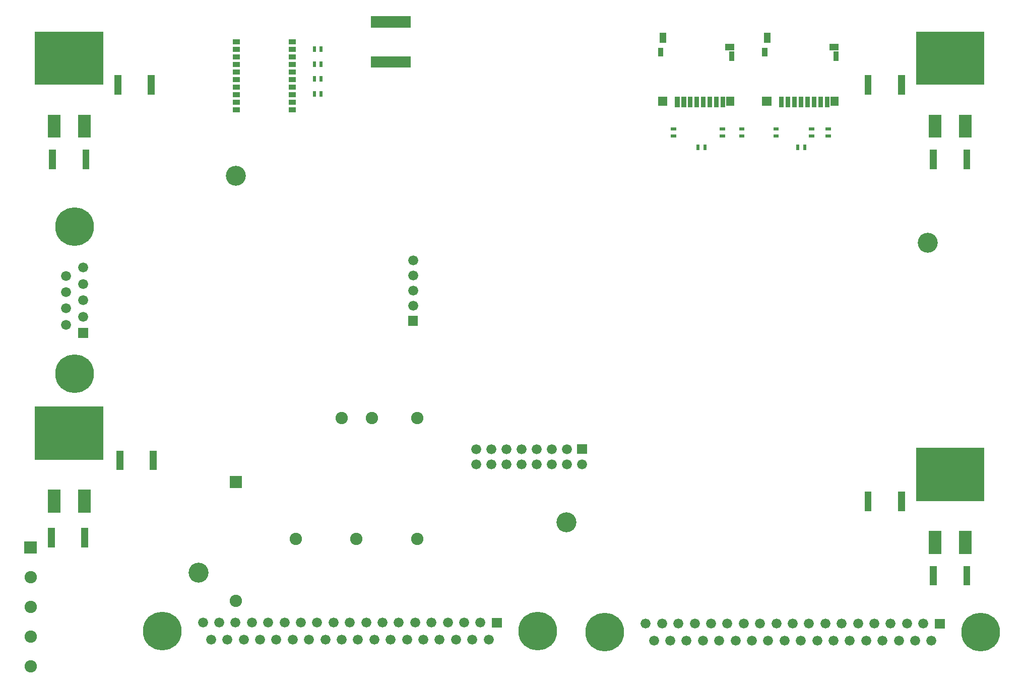
<source format=gbr>
G04 start of page 12 for group -4062 idx -4062 *
G04 Title: DAISI, soldermask *
G04 Creator: pcb 20140316 *
G04 CreationDate: Thu 05 Jul 2018 06:59:21 PM GMT UTC *
G04 For: afonsop *
G04 Format: Gerber/RS-274X *
G04 PCB-Dimensions (mil): 6540.00 4540.00 *
G04 PCB-Coordinate-Origin: lower left *
%MOIN*%
%FSLAX25Y25*%
%LNBOTTOMMASK*%
%ADD165R,0.0330X0.0330*%
%ADD164R,0.0738X0.0738*%
%ADD163R,0.0423X0.0423*%
%ADD162R,0.0344X0.0344*%
%ADD161R,0.0305X0.0305*%
%ADD160R,0.0541X0.0541*%
%ADD159R,0.3530X0.3530*%
%ADD158R,0.0848X0.0848*%
%ADD157R,0.0463X0.0463*%
%ADD156R,0.0200X0.0200*%
%ADD155C,0.1320*%
%ADD154C,0.0817*%
%ADD153C,0.2560*%
%ADD152C,0.0001*%
%ADD151C,0.0660*%
G54D151*X285805Y44924D03*
X275005D03*
X264205D03*
X253405D03*
G54D152*G36*
X314905Y48224D02*Y41624D01*
X321505D01*
Y48224D01*
X314905D01*
G37*
G54D151*X307405Y44924D03*
X296605D03*
X312805Y33724D03*
X302005D03*
X291205D03*
X280405D03*
X269605D03*
G54D153*X345205Y39324D03*
G54D152*G36*
X371188Y163166D02*Y156566D01*
X377788D01*
Y163166D01*
X371188D01*
G37*
G54D151*X374488Y149866D03*
X364488Y159866D03*
Y149866D03*
X354488Y159866D03*
Y149866D03*
X344488Y159866D03*
Y149866D03*
X334488Y159866D03*
X324488D03*
X314488D03*
X304488D03*
X334488Y149866D03*
X324488D03*
X314488D03*
X304488D03*
G54D152*G36*
X607864Y47546D02*Y40946D01*
X614464D01*
Y47546D01*
X607864D01*
G37*
G54D151*X600364Y44246D03*
X589564D03*
X578764D03*
X567964D03*
X557164D03*
X605764Y33046D03*
X594964D03*
X584164D03*
X573364D03*
X562564D03*
G54D153*X638164Y38646D03*
G54D151*X524764Y44246D03*
X513964D03*
X503164D03*
X492364D03*
X481564D03*
X470764D03*
X459964D03*
X449164D03*
X438364D03*
X427564D03*
X416764D03*
X546364D03*
X535564D03*
X551764Y33046D03*
X540964D03*
X530164D03*
X519364D03*
X508564D03*
X497764D03*
X486964D03*
X476164D03*
X465364D03*
X454564D03*
X443764D03*
X432964D03*
X422164D03*
G54D153*X389764Y38646D03*
G54D151*X231805Y44924D03*
X221005D03*
X210205D03*
X199405D03*
X188605D03*
X177805D03*
X167005D03*
X156205D03*
X145405D03*
X134605D03*
X123805D03*
X242605D03*
X258805Y33724D03*
X248005D03*
X237205D03*
X226405D03*
X215605D03*
G54D154*X215551Y180378D03*
G54D151*X204805Y33724D03*
X194005D03*
G54D154*X145669Y59315D03*
G54D151*X183205Y33724D03*
X172405D03*
X161605D03*
X150805D03*
X140005D03*
X129205D03*
G54D153*X96805Y39324D03*
G54D152*G36*
X5758Y98833D02*Y90663D01*
X13927D01*
Y98833D01*
X5758D01*
G37*
G54D154*X9843Y75063D03*
Y55378D03*
Y35693D03*
Y16008D03*
G54D152*G36*
X41253Y240017D02*Y233417D01*
X47853D01*
Y240017D01*
X41253D01*
G37*
G54D151*X44553Y247517D03*
X33353Y242117D03*
Y252917D03*
X44553Y258317D03*
Y269117D03*
Y279917D03*
X33353Y263717D03*
Y274517D03*
G54D153*X38953Y306917D03*
Y209717D03*
G54D154*X185236Y100457D03*
X225394D03*
X265551D03*
G54D152*G36*
X141585Y142140D02*Y133970D01*
X149754D01*
Y142140D01*
X141585D01*
G37*
G54D154*X265551Y180378D03*
X235630D03*
G54D152*G36*
X259495Y248009D02*Y241409D01*
X266095D01*
Y248009D01*
X259495D01*
G37*
G54D151*X262795Y254709D03*
Y264709D03*
Y274709D03*
Y284709D03*
G54D155*X121063Y78016D03*
X145669Y340811D03*
X364173Y111480D03*
X603346Y296520D03*
G54D156*X434239Y371654D02*X435839D01*
X434239Y367054D02*X435839D01*
X502153Y371654D02*X503753D01*
X479515D02*X481115D01*
X466720D02*X468320D01*
X502153Y367054D02*X503753D01*
X479515D02*X481115D01*
X466720D02*X468320D01*
X451440Y360312D02*Y358712D01*
X456040Y360312D02*Y358712D01*
G54D157*X563780Y404984D02*Y396717D01*
X585827Y404984D02*Y396717D01*
X607087Y355772D02*Y347504D01*
G54D158*X608110Y376972D02*Y370161D01*
G54D157*X629134Y355772D02*Y347504D01*
G54D158*X628110Y376972D02*Y370161D01*
G54D159*X613110Y418567D02*X623110D01*
G54D160*X541535Y390417D02*Y389630D01*
G54D161*X528150Y391598D02*Y387465D01*
X532480Y391598D02*Y387465D01*
X536811Y391598D02*Y387465D01*
G54D162*X473622Y421323D02*Y418567D01*
G54D163*X471457Y425850D02*X473228D01*
G54D161*X459252Y391598D02*Y387465D01*
X463583Y391598D02*Y387465D01*
X467913Y391598D02*Y387465D01*
G54D160*X472638Y390417D02*Y389630D01*
G54D162*X542520Y421323D02*Y418567D01*
G54D163*X540354Y425850D02*X542126D01*
G54D161*X515157Y391598D02*Y387465D01*
X519488Y391598D02*Y387465D01*
X523819Y391598D02*Y387465D01*
X506496Y391598D02*Y387465D01*
X510827Y391598D02*Y387465D01*
G54D152*G36*
X493750Y393124D02*Y386923D01*
X499951D01*
Y393124D01*
X493750D01*
G37*
G54D163*X497047Y433134D02*Y430969D01*
G54D162*X495472Y423685D02*Y421323D01*
G54D161*X454921Y391598D02*Y387465D01*
X450591Y391598D02*Y387465D01*
X446260Y391598D02*Y387465D01*
G54D163*X428150Y433134D02*Y430969D01*
G54D162*X426575Y423685D02*Y421323D01*
G54D152*G36*
X424852Y393124D02*Y386923D01*
X431053D01*
Y393124D01*
X424852D01*
G37*
G54D161*X437598Y391598D02*Y387465D01*
X441929Y391598D02*Y387465D01*
G54D156*X536602Y371654D02*X538202D01*
X536602Y367054D02*X538202D01*
X525775Y371654D02*X527375D01*
X525775Y367054D02*X527375D01*
X517385Y360312D02*Y358712D01*
X521985Y360312D02*Y358712D01*
G54D158*X45433Y128941D02*Y122130D01*
X25433Y128941D02*Y122130D01*
G54D159*X30433Y170535D02*X40433D01*
G54D157*X23689Y105311D02*Y97043D01*
X45736Y105311D02*Y97043D01*
X68965Y156492D02*Y148224D01*
X91012Y156492D02*Y148224D01*
G54D159*X30433Y418567D02*X40433D01*
G54D157*X24409Y355772D02*Y347504D01*
G54D158*X25433Y376972D02*Y370161D01*
G54D157*X46457Y355772D02*Y347504D01*
G54D158*X45433Y376972D02*Y370161D01*
G54D164*X238583Y416205D02*X257480D01*
X238583Y442583D02*X257480D01*
G54D165*X145120Y384256D02*X146620D01*
X145120Y389256D02*X146620D01*
X145120Y394256D02*X146620D01*
X145120Y399256D02*X146620D01*
G54D157*X89764Y404984D02*Y396717D01*
X67717Y404984D02*Y396717D01*
G54D165*X145120Y404256D02*X146620D01*
X145120Y409256D02*X146620D01*
X145120Y414256D02*X146620D01*
X145120Y419256D02*X146620D01*
X145120Y424256D02*X146620D01*
X145120Y429256D02*X146620D01*
G54D156*X202103Y425272D02*Y423672D01*
X197503Y425272D02*Y423672D01*
G54D165*X182120Y429256D02*X183620D01*
X182120Y424256D02*X183620D01*
G54D156*X202103Y395745D02*Y394145D01*
X197503Y395745D02*Y394145D01*
X202103Y415430D02*Y413830D01*
X197503Y415430D02*Y413830D01*
X202103Y405587D02*Y403987D01*
X197503Y405587D02*Y403987D01*
G54D165*X182120Y419256D02*X183620D01*
X182120Y414256D02*X183620D01*
X182120Y409256D02*X183620D01*
X182120Y404256D02*X183620D01*
X182120Y399256D02*X183620D01*
X182120Y394256D02*X183620D01*
X182120Y389256D02*X183620D01*
X182120Y384256D02*X183620D01*
G54D159*X613110Y142976D02*X623110D01*
G54D158*X628110Y101382D02*Y94571D01*
G54D157*X629134Y80181D02*Y71913D01*
G54D158*X608110Y101382D02*Y94571D01*
G54D157*X607087Y80181D02*Y71913D01*
X563780Y129394D02*Y121126D01*
X585827Y129394D02*Y121126D01*
M02*

</source>
